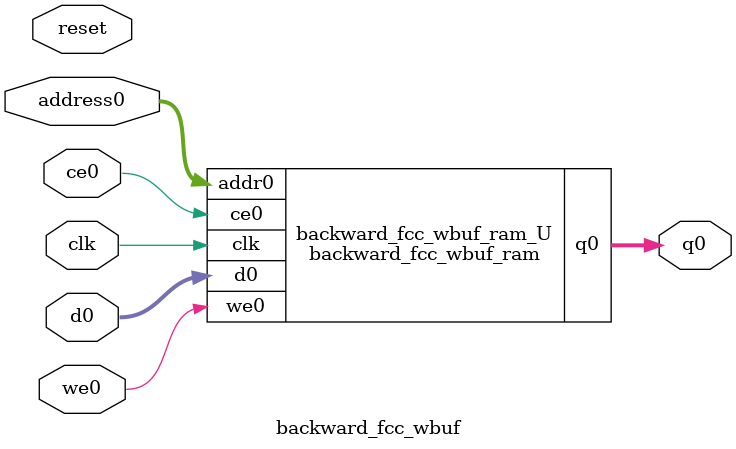
<source format=v>
`timescale 1 ns / 1 ps
module backward_fcc_wbuf_ram (addr0, ce0, d0, we0, q0,  clk);

parameter DWIDTH = 32;
parameter AWIDTH = 14;
parameter MEM_SIZE = 10000;

input[AWIDTH-1:0] addr0;
input ce0;
input[DWIDTH-1:0] d0;
input we0;
output reg[DWIDTH-1:0] q0;
input clk;

reg [DWIDTH-1:0] ram[0:MEM_SIZE-1];




always @(posedge clk)  
begin 
    if (ce0) begin
        if (we0) 
            ram[addr0] <= d0; 
        q0 <= ram[addr0];
    end
end


endmodule

`timescale 1 ns / 1 ps
module backward_fcc_wbuf(
    reset,
    clk,
    address0,
    ce0,
    we0,
    d0,
    q0);

parameter DataWidth = 32'd32;
parameter AddressRange = 32'd10000;
parameter AddressWidth = 32'd14;
input reset;
input clk;
input[AddressWidth - 1:0] address0;
input ce0;
input we0;
input[DataWidth - 1:0] d0;
output[DataWidth - 1:0] q0;



backward_fcc_wbuf_ram backward_fcc_wbuf_ram_U(
    .clk( clk ),
    .addr0( address0 ),
    .ce0( ce0 ),
    .we0( we0 ),
    .d0( d0 ),
    .q0( q0 ));

endmodule


</source>
